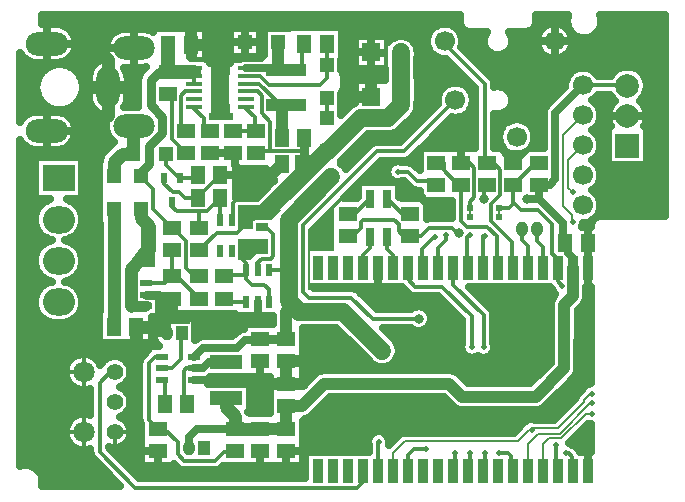
<source format=gbr>
G04 DipTrace 3.3.1.3*
G04 Top.gbr*
%MOIN*%
G04 #@! TF.FileFunction,Copper,L1,Top*
G04 #@! TF.Part,Single*
%AMOUTLINE0*
4,1,4,
0.023622,-0.023622,
-0.023622,-0.023622,
-0.023622,0.023622,
0.023622,0.023622,
0.023622,-0.023622,
0*%
G04 #@! TA.AperFunction,CopperBalancing*
%ADD14C,0.012992*%
%ADD15C,0.03937*%
%ADD16C,0.025984*%
G04 #@! TA.AperFunction,Conductor*
%ADD17C,0.007874*%
%ADD18C,0.029528*%
%ADD19C,0.011811*%
G04 #@! TA.AperFunction,ViaPad*
%ADD20C,0.031496*%
G04 #@! TA.AperFunction,Conductor*
%ADD21C,0.059055*%
G04 #@! TA.AperFunction,ViaPad*
%ADD24C,0.019685*%
G04 #@! TA.AperFunction,Nonconductor*
%ADD25C,0.043307*%
G04 #@! TA.AperFunction,Conductor*
%ADD26C,0.047244*%
G04 #@! TA.AperFunction,CopperBalancing*
%ADD28C,0.025*%
%ADD31R,0.059055X0.051181*%
%ADD32R,0.051181X0.059055*%
%ADD34R,0.047244X0.047244*%
%ADD38R,0.031496X0.062992*%
G04 #@! TA.AperFunction,ComponentPad*
%ADD40O,0.137795X0.07874*%
%ADD41O,0.07874X0.137795*%
%ADD42O,0.141732X0.07874*%
%ADD43C,0.066929*%
%ADD44R,0.066929X0.066929*%
%ADD45R,0.05937X0.05937*%
%ADD46C,0.05937*%
%ADD47R,0.106299X0.090551*%
%ADD48O,0.106299X0.090551*%
%ADD51O,0.03937X0.051181*%
%ADD52R,0.03937X0.051181*%
%ADD55R,0.133858X0.043307*%
%ADD56R,0.106299X0.045276*%
%ADD57R,0.043307X0.133858*%
%ADD59R,0.041339X0.025591*%
%ADD61R,0.019685X0.033465*%
%ADD62R,0.019685X0.019685*%
%ADD65R,0.043307X0.023622*%
%ADD70R,0.055118X0.011811*%
%ADD71R,0.062992X0.110236*%
%ADD73R,0.023622X0.043307*%
G04 #@! TA.AperFunction,ComponentPad*
%ADD74C,0.055118*%
%ADD75C,0.070866*%
%ADD76R,0.035433X0.07874*%
%ADD77R,0.11811X0.19685*%
G04 #@! TA.AperFunction,ComponentPad*
%ADD78R,0.07874X0.07874*%
%ADD79C,0.07874*%
G04 #@! TA.AperFunction,ViaPad*
%ADD80C,0.04*%
%ADD175OUTLINE0*%
%FSLAX26Y26*%
G04*
G70*
G90*
G75*
G01*
G04 Top*
%LPD*%
X4511811Y1137795D2*
D16*
Y1055118D1*
X4118110Y1224409D2*
D17*
Y1255906D1*
X4090551Y1405512D2*
D14*
X4118110D1*
X4133858Y1389764D1*
Y1291339D1*
X4118110Y1275591D1*
Y1255906D1*
X3039370Y966535D2*
D18*
X3082677D1*
Y953269D1*
X3125984D1*
X4263780Y1405512D2*
D14*
Y1393701D1*
X4330709Y1460630D1*
Y1641732D1*
X4452756Y1763780D1*
X4496063D1*
X3212598Y1289370D2*
X3198819D1*
X3196850Y1287402D1*
X3169291D1*
X3149606Y1307087D1*
X3129921D1*
X3100391Y1336617D1*
Y1356299D1*
X3007874Y858268D2*
D16*
Y866142D1*
X3082266D1*
X3108858Y839550D1*
Y837205D1*
X3370079Y1807087D2*
D14*
X3312581D1*
X3295276Y1711899D1*
X3287402Y1656496D1*
X3212598Y1289370D2*
Y1291339D1*
X3287402Y1366142D1*
X3251969Y1437008D2*
D16*
X3330709D1*
X3324803Y1216535D2*
D14*
X3326772D1*
Y1226378D1*
X3330709Y1230315D1*
Y1271654D1*
X3366142Y1307087D1*
Y1322835D1*
X3393701Y1370079D2*
D16*
X3366142D1*
X3336614Y1399606D1*
Y1431102D1*
X3330709Y1437008D1*
X4515748Y496063D2*
D14*
X4513780D1*
Y379409D1*
X4511850Y377480D1*
X3507874Y744094D2*
D15*
Y669291D1*
X3374016Y1720472D2*
D16*
X3484252D1*
X3488189Y1716535D1*
X3507874D1*
D15*
X3480315D1*
Y1807087D1*
X3507874Y1716535D2*
D14*
Y1720472D1*
X3551181D1*
X3559055Y1728346D1*
Y1803150D1*
X3566929D1*
X3114173Y1633858D2*
X3125984D1*
Y1484252D1*
X3173228Y1437008D1*
X3507874Y1598425D2*
D15*
X3492126D1*
Y1488189D1*
X3507874Y1598425D2*
D14*
X3488189D1*
X3417323Y1669291D1*
D19*
X3374016D1*
X3397638Y1444882D2*
D14*
X3405512Y1437008D1*
X3407480D1*
X3566929Y1488189D2*
D20*
Y1444882D1*
Y1401575D1*
Y1444882D2*
D14*
X3452756D1*
X3415354D1*
X3407480Y1437008D1*
X3374016Y1643701D2*
D19*
X3411417D1*
D14*
X3425197Y1629921D1*
Y1570866D1*
X3452756Y1543307D1*
Y1444882D1*
X3889761Y1625984D2*
D21*
Y1598423D1*
X3846457Y1555118D1*
X3757874D1*
X3647638Y1444882D1*
X3641732D1*
X3443900Y1247050D1*
D14*
X3369619D1*
X3362205Y1239635D1*
Y1216535D1*
X3566929Y1401575D2*
X3598425D1*
X3641732Y1444882D1*
X3362205Y1216535D2*
Y1192913D1*
X3342520Y1173228D1*
X3275591D1*
X3216535Y1114173D1*
X3889759Y1773622D2*
D21*
Y1625984D1*
X3889761D1*
X3878937Y1375572D2*
D14*
X3913400D1*
X3944264Y1344709D1*
X4007874D1*
Y1330709D1*
X3330709Y1511811D2*
X3407480D1*
X3401575D1*
Y1559055D1*
D19*
X3374016Y1586614D1*
Y1592520D1*
X4350394Y1405512D2*
D14*
X4338583D1*
X4263780Y1330709D1*
X4216535Y1224409D2*
D17*
Y1255906D1*
X4263780Y1330709D2*
D14*
Y1275591D1*
X4269583Y1269787D1*
X4291339Y1248031D1*
X4346457D1*
X4393701Y1200787D1*
Y1102362D1*
X4405512Y1090551D1*
Y1055512D1*
X4411811D1*
X4216535Y1255906D2*
X4248031D1*
X4261913Y1269787D1*
X4269583D1*
X4426181Y996063D2*
X4411811Y1010433D1*
Y1055512D1*
X3299213Y1028072D2*
X3302636Y1031496D1*
X3374016D1*
Y1047244D1*
X3362205Y1110236D2*
Y1114173D1*
X3421260D1*
X3425197Y1118110D1*
X3448819Y940945D2*
Y984252D1*
X3433071Y1000000D1*
X3393701D1*
X3374016Y1019685D1*
Y1047244D1*
X3362205Y1110236D2*
Y1082677D1*
X3374016Y1070866D1*
Y1047244D1*
X3507874Y519685D2*
D15*
Y594488D1*
X3559146D1*
X3633949Y669291D1*
X4043307D1*
X4461811Y1055512D2*
Y960827D1*
X4433071Y932087D1*
Y720472D1*
X4338583Y625984D1*
X4094488D1*
X4051181Y669291D1*
X4043307D1*
X3421260Y519685D2*
X3507874D1*
X4461811Y1055512D2*
D16*
Y1089370D1*
X4444882Y1106299D1*
Y1137795D1*
X4437008D1*
X4429134D1*
Y1204724D1*
X4350394Y1283465D1*
X4311024D1*
X4350394Y1330709D2*
Y1283465D1*
X3921260Y1161417D2*
D14*
X3897638D1*
X3881890Y1177165D1*
Y1200787D1*
X3866142Y1216535D1*
X3763780D1*
X3755906Y1208661D1*
Y1188976D1*
X3736220Y1169291D1*
X3720472D1*
X3712598Y1161417D1*
X4082677Y1173228D2*
Y1165354D1*
X4059055Y1188976D1*
X3984252D1*
X3956693Y1161417D1*
X3921260D1*
X4177165Y1330709D2*
X4165354D1*
Y1283465D1*
X4350394Y1330709D2*
D16*
X4384843D1*
X4404528Y1350394D1*
Y1572244D1*
X4496063Y1663780D1*
X3181693Y454134D2*
Y491944D1*
X3209434Y519685D1*
X3335472D1*
X3307087Y622047D2*
D14*
Y637795D1*
Y622047D2*
D25*
Y591478D1*
X3335472Y563092D1*
Y519685D1*
X3421260D1*
X4496063Y1663780D2*
D14*
X4642984D1*
X4644677Y1662087D1*
X4035433Y1811024D2*
Y1803150D1*
X4169291Y1669291D1*
Y1405512D1*
X4177165D1*
X4169291D2*
Y1397638D1*
X4204724D1*
X4220472Y1381890D1*
Y1298377D1*
X4188976Y1266881D1*
Y1212598D1*
X4259843Y1141732D1*
Y1053543D1*
X4261811Y1055512D1*
X4406496Y464567D2*
Y382835D1*
X4411850Y377480D1*
X3842520Y1157480D2*
Y1118110D1*
X3861811Y1098819D1*
Y1055512D1*
X3762192Y377478D2*
Y340932D1*
X3744094Y322835D1*
X3003937D1*
X2885827Y440945D1*
Y673228D1*
X2920472Y707874D1*
X2935039D1*
X4325787Y516732D2*
D17*
X4317913D1*
X4278543Y477362D1*
X3901575D1*
X3862192Y437979D1*
Y377478D1*
X4325787Y516732D2*
Y520669D1*
X4413386D1*
X4500000Y607283D1*
Y615157D1*
X4520669Y635827D1*
X4525591D1*
X3842520Y1283465D2*
D14*
X3846457D1*
X3893701Y1236220D1*
X3921260D1*
X4125984Y791339D2*
Y893701D1*
X4027559Y992126D1*
X3937008D1*
X3911811Y1017323D1*
Y1055512D1*
X3812192Y377478D2*
X3813976D1*
Y475394D1*
X3814961Y476378D1*
X4361850Y377480D2*
D17*
Y468150D1*
X4381890Y488189D1*
X4424213D1*
X4505906Y569882D1*
X4525591D1*
X4461614Y1207677D2*
X4460630D1*
Y1231299D1*
X4430118Y1261811D1*
Y1497835D1*
X4496063Y1563780D1*
X3023622Y1251969D2*
D25*
Y1223320D1*
X3051202Y1195740D1*
Y1125984D1*
X3039370Y929134D2*
D14*
X2988189D1*
D25*
Y1051181D1*
X3051202Y1114194D1*
Y1125984D1*
X3125984Y1028072D2*
D14*
X3141732D1*
X3216535Y953269D1*
X3039370Y1003937D2*
X3101849D1*
X3125984Y1028072D1*
Y1114173D2*
Y1028072D1*
X4118110Y1165354D2*
X4110236Y1157480D1*
Y1090551D1*
X4111811Y1088976D1*
Y1055512D1*
X4165354Y791339D2*
Y897638D1*
X4062992Y1000000D1*
Y1019685D1*
X4061811Y1020866D1*
Y1055512D1*
X4169291Y1161417D2*
X4161811D1*
Y1055512D1*
X2933071Y1362205D2*
D25*
Y1409449D1*
X2958665Y1435043D1*
X2996064D1*
Y1523623D1*
X3000000Y1527559D1*
X3200787Y1643701D2*
D19*
X3171260D1*
D14*
X3157480Y1629921D1*
Y1511811D1*
X3173228D1*
X3374016Y1694882D2*
D19*
X3419291D1*
D14*
X3448819Y1665354D1*
X3618110D1*
X3641732Y1688976D1*
Y1732283D1*
Y1803150D1*
X3425197Y1192913D2*
X3440945D1*
X3464567Y1169291D1*
Y1094488D1*
X3456693Y1086614D1*
X3425197D1*
X3409449Y1070866D1*
Y1047244D1*
X3411417D1*
X3287402Y1289370D2*
Y1216535D1*
X3125984Y1273622D2*
Y1259843D1*
X3141732Y1244094D1*
X3216535D1*
X3242126D1*
X3287402Y1289370D1*
X3216535Y1188976D2*
Y1244094D1*
X3200787Y1592520D2*
D19*
Y1586614D1*
D14*
X3232283Y1555118D1*
Y1531496D1*
X3251969Y1511811D1*
X3093669Y683264D2*
X3099206D1*
X3103205Y679265D1*
Y602248D1*
X3199969Y720665D2*
D16*
X3228539D1*
X3248031Y740157D1*
X3307087D1*
X3199969Y720665D2*
D14*
X3173421D1*
X3165354Y712598D1*
Y622047D1*
X3178008Y609394D1*
Y602248D1*
X3093669Y758067D2*
X3069091D1*
X3049714Y738690D1*
Y548711D1*
X3078740Y519685D1*
X3335472Y444882D2*
Y441559D1*
X3298076D1*
X3268614Y412097D1*
X3167600D1*
X3144871Y434825D1*
Y474388D1*
X3099575Y519685D1*
X3078740D1*
X3641732Y1622047D2*
Y1555118D1*
X3787402Y1283465D2*
X3783465D1*
X3736220Y1236220D1*
X3712598D1*
X3200787Y1694882D2*
D19*
Y1720472D1*
Y1669291D2*
Y1694882D1*
X3114173Y1708661D2*
D20*
X3082677D1*
X3055118Y1681102D1*
Y1598425D1*
X3094488Y1559055D1*
Y1503937D1*
X3051181Y1460630D1*
Y1401575D1*
X3023622Y1374016D1*
Y1362205D1*
X3125984Y1188976D2*
D14*
Y1192913D1*
X3173228Y1145669D1*
Y1055118D1*
X3200274Y1028072D1*
X3216535D1*
X3023622Y1362205D2*
X3027559D1*
Y1354331D1*
X3062992Y1318898D1*
Y1251969D1*
X3125984Y1188976D1*
X3114173Y1799213D2*
D26*
Y1708661D1*
X3200787Y1720472D2*
D14*
Y1708661D1*
D26*
X3161417D1*
X3114173D1*
X3787402Y1157480D2*
D14*
Y1122047D1*
X3762151Y1096797D1*
Y1055508D1*
X3299213Y953269D2*
Y940945D1*
X3374016D1*
X4007874Y1405512D2*
X4031496D1*
Y1381890D1*
X4066929Y1346457D1*
Y1330709D1*
X4090551D1*
Y1212598D1*
X4110236Y1192913D1*
X4177165D1*
X4208661Y1161417D1*
Y1055512D1*
X4211811D1*
X3972441Y452756D2*
X3933071D1*
X3912192Y431877D1*
Y377478D1*
X4070866Y437008D2*
Y386152D1*
X4062192Y377478D1*
X4118110Y437008D2*
Y383740D1*
X4111850Y377480D1*
X4169291Y437008D2*
Y384921D1*
X4161850Y377480D1*
X4216535Y437008D2*
X4246063D1*
X4255906Y427165D1*
Y377480D1*
X4261850D1*
X3093669Y720665D2*
X3126177D1*
X3156496Y750984D1*
Y837598D1*
X3156890Y837205D1*
X3158858D1*
X4361811Y1055512D2*
Y1126378D1*
X4342520Y1145669D1*
Y1185039D1*
X4311811Y1055512D2*
Y1129134D1*
X4292520Y1148425D1*
Y1185039D1*
X2933071Y1003937D2*
D25*
Y929134D1*
X2933092Y1125984D2*
Y1090572D1*
X2933071Y1090551D1*
Y1003937D1*
Y1251969D2*
Y1125984D1*
X2933092D1*
X2933071Y858268D2*
Y929134D1*
X3106301Y1435043D2*
D14*
Y1399605D1*
X3147638Y1358268D1*
X3153546D1*
X3151577Y1356299D1*
X3212598Y1366142D2*
Y1354331D1*
X3153546D1*
X3151577Y1356299D1*
X4438976Y437008D2*
X4448819D1*
X4459646Y426181D1*
Y379685D1*
X4461850Y377480D1*
X4525591Y604331D2*
D17*
X4519685D1*
X4418307Y502953D1*
X4347441D1*
X4312008Y467520D1*
Y414370D1*
X4311024Y413386D1*
Y377480D1*
X4311850D1*
X4462598Y1307087D2*
X4446850Y1322835D1*
Y1414567D1*
X4496063Y1463780D1*
X3421260Y818898D2*
D16*
Y813764D1*
X3368193D1*
X3343366Y788937D1*
X3230839D1*
X3199969Y758067D1*
X3507874Y818898D2*
X3511811D1*
X3657480Y1358268D2*
D21*
X3515748Y1216535D1*
Y1155512D1*
Y1047244D1*
Y944882D1*
X3551181Y909449D1*
X3696850D1*
X3826772Y779528D1*
X3448819Y1047244D2*
D14*
X3515748D1*
X3507874Y818898D2*
D15*
Y909449D1*
D20*
X3551181D1*
X3421260Y818898D2*
X3507874D1*
X3948819Y885827D2*
D14*
X3795276D1*
X3724409Y956693D1*
X3582677D1*
X3562992Y976378D1*
Y1196850D1*
X3809816Y1443675D1*
X3900367D1*
X4070866Y1614173D1*
X4039370Y1165354D2*
Y1149606D1*
X4011811Y1122047D1*
Y1055512D1*
X4003937Y1157480D2*
X4000000D1*
X3960630Y1118110D1*
Y1056693D1*
X3961811Y1055512D1*
D15*
X3657480Y1358268D3*
D80*
X4043307Y669291D3*
X4515748Y496063D3*
D24*
X4169291Y1161417D3*
X4165354Y791339D3*
X4118110Y1165354D3*
X4125984Y791339D3*
X4039370Y1165354D3*
X4003937Y1157480D3*
X4525591Y635827D3*
Y604331D3*
Y569882D3*
X4461614Y1207677D3*
X4462598Y1307087D3*
D15*
X3826772Y779528D3*
D20*
X3948819Y885827D3*
D80*
X4007874Y944882D3*
D20*
X4311024Y1283465D3*
D24*
X3878937Y1375572D3*
D20*
X4165354Y1283465D3*
D80*
X4484252Y466535D3*
D20*
X4082677Y1173228D3*
D80*
X3401575Y598425D3*
X4381890Y976378D3*
X3874016D3*
D20*
X3423944Y877343D3*
D80*
X3759843Y976378D3*
X4141732D3*
X4381890Y767717D3*
X3070866Y370079D3*
D20*
X3393701Y1370079D3*
D80*
X2854331Y1012795D3*
D20*
X3425197Y1322835D3*
D80*
X3401575Y370079D3*
Y679790D3*
X2854331Y1298228D3*
Y1440945D3*
Y870079D3*
D24*
X4325787Y516732D3*
X3275591Y1624016D3*
D80*
X2854331Y1155512D3*
X3464567Y1868110D3*
D24*
X3303150Y1624016D3*
D20*
X3366142Y1322835D3*
X3370257Y877343D3*
D24*
X3972441Y452756D3*
X4070866Y437008D3*
X4118110D3*
X4169291D3*
D80*
X3632705Y590551D3*
D24*
X4216535Y437008D3*
D80*
X3627953Y492126D3*
D24*
X3259843Y1771654D3*
D80*
X3921260Y1868110D3*
D24*
X3303150Y1771654D3*
D80*
X4263780Y976378D3*
Y767717D3*
D24*
X3814961Y476378D3*
X3275591Y1578740D3*
X3303150D3*
X3289370Y1600394D3*
X3259843Y1812992D3*
X3303150D3*
X3281496Y1793307D3*
X4438976Y437008D3*
X4406496Y464567D3*
X4426181Y996063D3*
X2696252Y1872080D2*
D28*
X4083559D1*
X4341614D2*
X4441001D1*
X4559000D2*
X4768480D1*
X2790018Y1847211D2*
X2943339D1*
X3242374D2*
X3318652D1*
X3695125D2*
X3986635D1*
X4084253D2*
X4098487D1*
X4326722D2*
X4352762D1*
X4550281D2*
X4768480D1*
X2804444Y1822343D2*
X2913555D1*
X3242374D2*
X3318652D1*
X3695125D2*
X3733832D1*
X3848853D2*
X3861759D1*
X3917786D2*
X3975260D1*
X4095592D2*
X4164513D1*
X4260696D2*
X4341387D1*
X4461755D2*
X4485892D1*
X4514109D2*
X4768480D1*
X2807098Y1797474D2*
X2904081D1*
X3242374D2*
X3318652D1*
X3695125D2*
X3733832D1*
X3941828D2*
X3975727D1*
X4095126D2*
X4165123D1*
X4260050D2*
X4341890D1*
X4461252D2*
X4768480D1*
X2799671Y1772605D2*
X2905014D1*
X3242374D2*
X3318652D1*
X3695125D2*
X3733832D1*
X3947247D2*
X3988466D1*
X4113462D2*
X4183101D1*
X4242108D2*
X4354592D1*
X4448549D2*
X4768480D1*
X2622475Y1747736D2*
X2641302D1*
X2776024D2*
X2888615D1*
X3256154D2*
X3318652D1*
X3693151D2*
X3733832D1*
X3947104D2*
X4043369D1*
X4138331D2*
X4768480D1*
X2622475Y1722867D2*
X2707688D1*
X2796226D2*
X2857038D1*
X3693151D2*
X3733832D1*
X3947104D2*
X4068236D1*
X4163198D2*
X4620063D1*
X4669308D2*
X4768480D1*
X2622475Y1697999D2*
X2683286D1*
X2820627D2*
X2847134D1*
X2979630D2*
X3015178D1*
X3700686D2*
X3832406D1*
X3947104D2*
X4093104D1*
X4188066D2*
X4445774D1*
X4546333D2*
X4588378D1*
X4700958D2*
X4768480D1*
X2622475Y1673130D2*
X2673454D1*
X2830459D2*
X2846201D1*
X2980563D2*
X3011555D1*
X3700686D2*
X3733832D1*
X3947104D2*
X4117972D1*
X4203353D2*
X4435547D1*
X4710899D2*
X4768480D1*
X2622475Y1648261D2*
X2672413D1*
X2831500D2*
X2846201D1*
X2980563D2*
X3011555D1*
X3700113D2*
X3733832D1*
X3947104D2*
X4020475D1*
X4121249D2*
X4134982D1*
X4247419D2*
X4423885D1*
X4710360D2*
X4768480D1*
X2622475Y1623392D2*
X2679769D1*
X2824180D2*
X2846379D1*
X2980420D2*
X3011555D1*
X3693151D2*
X3733832D1*
X3947211D2*
X4010319D1*
X4261161D2*
X4399017D1*
X4541274D2*
X4590352D1*
X4699021D2*
X4768480D1*
X2622475Y1598524D2*
X2699039D1*
X2804909D2*
X2853269D1*
X2973493D2*
X3011555D1*
X3693151D2*
X3721846D1*
X3947104D2*
X4007736D1*
X4259367D2*
X4374150D1*
X4545975D2*
X4588736D1*
X4700635D2*
X4768480D1*
X2622475Y1573655D2*
X2655727D1*
X2761597D2*
X2875734D1*
X3941182D2*
X3982867D1*
X4115938D2*
X4134982D1*
X4238843D2*
X4363743D1*
X4556488D2*
X4578546D1*
X4710827D2*
X4768480D1*
X2795723Y1548786D2*
X2906881D1*
X3920190D2*
X3958000D1*
X4052962D2*
X4134982D1*
X4203604D2*
X4257454D1*
X4293709D2*
X4363707D1*
X4555377D2*
X4578869D1*
X4710467D2*
X4768480D1*
X2806202Y1523917D2*
X2903400D1*
X3895323D2*
X3933133D1*
X4028094D2*
X4134982D1*
X4203604D2*
X4223651D1*
X4327512D2*
X4363707D1*
X4541740D2*
X4577505D1*
X4711867D2*
X4768480D1*
X2806058Y1499049D2*
X2909930D1*
X3781857D2*
X3908265D1*
X4003226D2*
X4134982D1*
X4336448D2*
X4363707D1*
X4545580D2*
X4577505D1*
X4711867D2*
X4768480D1*
X2795257Y1474180D2*
X2930205D1*
X3756990D2*
X3798315D1*
X3978358D2*
X4134982D1*
X4203604D2*
X4217119D1*
X4334043D2*
X4363707D1*
X4556417D2*
X4577505D1*
X4711867D2*
X4768480D1*
X2622475Y1449311D2*
X2658024D1*
X2759301D2*
X2904010D1*
X3732121D2*
X3767958D1*
X4555520D2*
X4577505D1*
X4711867D2*
X4768480D1*
X2622475Y1424442D2*
X2667067D1*
X2828988D2*
X2886068D1*
X3707253D2*
X3743089D1*
X3928623D2*
X3950537D1*
X4542243D2*
X4577505D1*
X4711867D2*
X4768480D1*
X2622475Y1399573D2*
X2667067D1*
X2828988D2*
X2881654D1*
X3696058D2*
X3718222D1*
X3813184D2*
X3850743D1*
X3936769D2*
X3950537D1*
X4545185D2*
X4577505D1*
X4711867D2*
X4768480D1*
X2622475Y1374705D2*
X2667067D1*
X2828988D2*
X2881654D1*
X3340804D2*
X3438720D1*
X3788316D2*
X3841304D1*
X4556310D2*
X4768480D1*
X2622475Y1349836D2*
X2667067D1*
X2828988D2*
X2881654D1*
X3340804D2*
X3438720D1*
X3763449D2*
X3852501D1*
X4555664D2*
X4768480D1*
X2622475Y1324967D2*
X2667067D1*
X2828988D2*
X2881654D1*
X3340804D2*
X3441770D1*
X3886064D2*
X3916518D1*
X4542709D2*
X4768480D1*
X2622475Y1300098D2*
X2667067D1*
X2828988D2*
X2881654D1*
X3340804D2*
X3416903D1*
X3713713D2*
X3743844D1*
X3886064D2*
X3950537D1*
X4544790D2*
X4768480D1*
X2622475Y1275230D2*
X2698429D1*
X2797626D2*
X2881654D1*
X3978610D2*
X4056251D1*
X4556202D2*
X4768480D1*
X2622475Y1250361D2*
X2675715D1*
X2820375D2*
X2881654D1*
X3978610D2*
X4056251D1*
X4555772D2*
X4768480D1*
X2622475Y1225492D2*
X2667640D1*
X2828413D2*
X2881654D1*
X3978610D2*
X4056251D1*
X2622475Y1200623D2*
X2668896D1*
X2827157D2*
X2883592D1*
X4498535D2*
X4522064D1*
X2622475Y1175755D2*
X2680056D1*
X2816034D2*
X2883592D1*
X2622475Y1150886D2*
X2711706D1*
X2784348D2*
X2883592D1*
X2622475Y1126017D2*
X2685260D1*
X2810831D2*
X2883592D1*
X2622475Y1101148D2*
X2670727D1*
X2825328D2*
X2883592D1*
X2622475Y1076280D2*
X2667102D1*
X2828953D2*
X2883592D1*
X2622475Y1051411D2*
X2672593D1*
X2823497D2*
X2883592D1*
X2622475Y1026542D2*
X2690140D1*
X2805915D2*
X2883592D1*
X2622475Y1001673D2*
X2701694D1*
X2794396D2*
X2883592D1*
X2622475Y976804D2*
X2676864D1*
X2819192D2*
X2883592D1*
X3751786D2*
X3904856D1*
X4133665D2*
X4394280D1*
X2622475Y951936D2*
X2667928D1*
X2828127D2*
X2883592D1*
X3776654D2*
X4020260D1*
X4158533D2*
X4390189D1*
X4508404D2*
X4521562D1*
X2622475Y927067D2*
X2668466D1*
X2827625D2*
X2883592D1*
X3801521D2*
X4045127D1*
X4183400D2*
X4385560D1*
X4494194D2*
X4521597D1*
X2622475Y902198D2*
X2678657D1*
X2817398D2*
X2879680D1*
X3088825D2*
X3334404D1*
X3988980D2*
X4069995D1*
X4199333D2*
X4385560D1*
X4480558D2*
X4521597D1*
X2622475Y877329D2*
X2707077D1*
X2788978D2*
X2879680D1*
X3061266D2*
X3077151D1*
X3206346D2*
X3460394D1*
X3991492D2*
X4091669D1*
X4199656D2*
X4385560D1*
X4480558D2*
X4521597D1*
X2622475Y852461D2*
X2879680D1*
X3206346D2*
X3363937D1*
X3565224D2*
X3673798D1*
X3833888D2*
X3922403D1*
X3975236D2*
X4091669D1*
X4199656D2*
X4385560D1*
X4480558D2*
X4521597D1*
X2622475Y827592D2*
X2879680D1*
X3206346D2*
X3325362D1*
X3565224D2*
X3698665D1*
X3858757D2*
X4091669D1*
X4199656D2*
X4385560D1*
X4480558D2*
X4521597D1*
X2622475Y802723D2*
X3071589D1*
X3565224D2*
X3723533D1*
X3878959D2*
X4090234D1*
X4201127D2*
X4385560D1*
X4480558D2*
X4521597D1*
X2622475Y777854D2*
X3041411D1*
X3565224D2*
X3748400D1*
X3884091D2*
X4091022D1*
X4200302D2*
X4385560D1*
X4480558D2*
X4521597D1*
X2622475Y752986D2*
X2788714D1*
X2875063D2*
X2904979D1*
X2965097D2*
X3018803D1*
X3565224D2*
X3773269D1*
X3877273D2*
X4385560D1*
X4480558D2*
X4521597D1*
X2622475Y728117D2*
X2772135D1*
X2986377D2*
X3015395D1*
X3565224D2*
X3805205D1*
X3848350D2*
X4374580D1*
X4480558D2*
X4521597D1*
X2622475Y703248D2*
X2768835D1*
X2990215D2*
X3015395D1*
X3565224D2*
X3601921D1*
X4083213D2*
X4349713D1*
X4477148D2*
X4521597D1*
X2622475Y678379D2*
X2776298D1*
X2981424D2*
X3015395D1*
X3249444D2*
X3450526D1*
X4108223D2*
X4324844D1*
X4457126D2*
X4521597D1*
X2622475Y653510D2*
X2802278D1*
X2964236D2*
X3015395D1*
X3388064D2*
X3450526D1*
X4432257D2*
X4492710D1*
X2622475Y628642D2*
X2851512D1*
X2986161D2*
X3015395D1*
X3388064D2*
X3450526D1*
X4407390D2*
X4471539D1*
X2622475Y603773D2*
X2851512D1*
X2990252D2*
X3015395D1*
X3388064D2*
X3450526D1*
X3634552D2*
X4050581D1*
X4382522D2*
X4452627D1*
X2622475Y578904D2*
X2851512D1*
X2981783D2*
X3015395D1*
X3388064D2*
X3450526D1*
X3609685D2*
X4427760D1*
X2622475Y554035D2*
X2789898D1*
X2963303D2*
X3015395D1*
X3581336D2*
X4402892D1*
X2622475Y529167D2*
X2772495D1*
X2985946D2*
X3021387D1*
X3565224D2*
X4286484D1*
X4509050D2*
X4521597D1*
X2622475Y504298D2*
X2768762D1*
X2990287D2*
X3021387D1*
X3565224D2*
X3791102D1*
X3838804D2*
X3887667D1*
X4484182D2*
X4521597D1*
X2622475Y479429D2*
X2775724D1*
X2982106D2*
X3021387D1*
X3565224D2*
X3777430D1*
X4459315D2*
X4521597D1*
X2622475Y454560D2*
X2800269D1*
X2920134D2*
X3021387D1*
X3565224D2*
X3779656D1*
X4478764D2*
X4521597D1*
X2622475Y429692D2*
X2853593D1*
X2944571D2*
X3021387D1*
X2622475Y404823D2*
X2874478D1*
X2969438D2*
X3021387D1*
X2683012Y379954D2*
X2899345D1*
X2994307D2*
X3566647D1*
X2695678Y355085D2*
X2924213D1*
X3019175D2*
X3566647D1*
X2695751Y330217D2*
X2949080D1*
X3462222Y869799D2*
X3462904D1*
X3462878Y894003D1*
X3336894Y893980D1*
Y902341D1*
X3086340Y902367D1*
X3086335Y892012D1*
X3061108D1*
X3058773Y890852D1*
X3058776Y803429D1*
X2882169D1*
Y913106D1*
X2886081D1*
X2886106Y1203028D1*
X2884138Y1203035D1*
Y1300902D1*
X2884461D1*
X2884482Y1313274D1*
X2884138Y1313272D1*
Y1411138D1*
X2886112D1*
X2886685Y1416795D1*
X2888404Y1423962D1*
X2891226Y1430770D1*
X2895076Y1437054D1*
X2899862Y1442657D1*
X2928164Y1470756D1*
X2931072Y1473046D1*
X2932454Y1475231D1*
X2924736Y1481823D1*
X2918144Y1489541D1*
X2912841Y1498194D1*
X2908957Y1507571D1*
X2906588Y1517441D1*
X2905791Y1527559D1*
X2906588Y1537677D1*
X2908957Y1547547D1*
X2912841Y1556924D1*
X2916656Y1563350D1*
X2908430Y1563462D1*
X2901150Y1564440D1*
X2894028Y1566236D1*
X2887156Y1568829D1*
X2880622Y1572184D1*
X2874510Y1576259D1*
X2868900Y1580999D1*
X2863864Y1586345D1*
X2859466Y1592228D1*
X2855762Y1598572D1*
X2852803Y1605294D1*
X2850625Y1612310D1*
X2849256Y1619526D1*
X2848711Y1627949D1*
X2848856Y1691415D1*
X2849770Y1698702D1*
X2851507Y1705839D1*
X2854041Y1712734D1*
X2857340Y1719295D1*
X2861362Y1725442D1*
X2866055Y1731092D1*
X2871358Y1736175D1*
X2877203Y1740622D1*
X2883516Y1744379D1*
X2890213Y1747395D1*
X2897209Y1749634D1*
X2904413Y1751063D1*
X2911734Y1751668D1*
X2916552Y1751677D1*
X2912849Y1758021D1*
X2909890Y1764743D1*
X2907711Y1771759D1*
X2906343Y1778975D1*
X2905801Y1786299D1*
X2906093Y1793639D1*
X2907215Y1800898D1*
X2909154Y1807983D1*
X2911882Y1814802D1*
X2915366Y1821268D1*
X2919562Y1827298D1*
X2924413Y1832812D1*
X2929858Y1837741D1*
X2935828Y1842022D1*
X2942244Y1845597D1*
X2949024Y1848423D1*
X2956080Y1850461D1*
X2963323Y1851686D1*
X2972310Y1852083D1*
X3033385Y1851967D1*
X3040680Y1851114D1*
X3047831Y1849438D1*
X3054747Y1846963D1*
X3061337Y1843720D1*
X3063270Y1842579D1*
X3063272Y1854051D1*
X3239878D1*
Y1751688D1*
X3253657Y1751689D1*
Y1736941D1*
X3321144Y1736925D1*
X3321146Y1751689D1*
X3351827D1*
X3356626Y1754601D1*
X3362180Y1756902D1*
X3367274Y1758155D1*
X3321146Y1758154D1*
Y1856020D1*
X3419012D1*
Y1763503D1*
X3431387Y1763500D1*
X3431382Y1856020D1*
X3516033D1*
X3516028Y1857988D1*
X3692634D1*
Y1748311D1*
X3690660D1*
X3690883Y1714505D1*
X3693428Y1711526D1*
X3695475Y1708185D1*
X3696974Y1704566D1*
X3697888Y1700756D1*
X3698196Y1696850D1*
X3698118Y1651584D1*
X3697505Y1647715D1*
X3696295Y1643988D1*
X3694517Y1640497D1*
X3692214Y1637328D1*
X3690878Y1635883D1*
X3690665Y1625049D1*
Y1565475D1*
X3722259Y1596818D1*
X3729220Y1601875D1*
X3736345Y1605896D1*
Y1680980D1*
X3834920Y1681102D1*
Y1718601D1*
X3736343Y1718626D1*
Y1828618D1*
X3846335D1*
Y1807367D1*
X3850870Y1812510D1*
X3857433Y1818114D1*
X3864791Y1822623D1*
X3872764Y1825927D1*
X3881155Y1827941D1*
X3889759Y1828618D1*
X3898362Y1827941D1*
X3906753Y1825927D1*
X3914726Y1822623D1*
X3922084Y1818114D1*
X3928647Y1812510D1*
X3934251Y1805948D1*
X3938760Y1798589D1*
X3942063Y1790617D1*
X3944077Y1782226D1*
X3944755Y1773622D1*
X3944597Y1746063D1*
X3944757Y1625984D1*
X3944600Y1598423D1*
X3943925Y1589844D1*
X3941916Y1581476D1*
X3938623Y1573526D1*
X3934126Y1566189D1*
X3928538Y1559646D1*
X3882072Y1513419D1*
X3875110Y1508361D1*
X3867442Y1504454D1*
X3859259Y1501795D1*
X3850760Y1500449D1*
X3828084Y1500280D1*
X3780609D1*
X3690675Y1410366D1*
X3690665Y1401928D1*
X3696257Y1397045D1*
X3701845Y1390501D1*
X3705610Y1384470D1*
X3789159Y1467861D1*
X3793197Y1470795D1*
X3797644Y1473060D1*
X3802391Y1474602D1*
X3807320Y1475383D1*
X3874121Y1475482D1*
X3887218D1*
X4013449Y1601739D1*
X4012272Y1609562D1*
Y1618785D1*
X4013714Y1627894D1*
X4016564Y1636665D1*
X4020752Y1644883D1*
X4026173Y1652345D1*
X4032694Y1658866D1*
X4040156Y1664287D1*
X4048374Y1668475D1*
X4057146Y1671325D1*
X4066255Y1672768D1*
X4075478D1*
X4084587Y1671325D1*
X4093358Y1668475D1*
X4101576Y1664287D1*
X4109038Y1658866D1*
X4115559Y1652345D1*
X4120980Y1644883D1*
X4125168Y1636665D1*
X4128018Y1627894D1*
X4129461Y1618785D1*
Y1609562D1*
X4128018Y1600453D1*
X4125168Y1591681D1*
X4120980Y1583463D1*
X4115559Y1576001D1*
X4109038Y1569480D1*
X4101576Y1564059D1*
X4093358Y1559871D1*
X4084587Y1557021D1*
X4075478Y1555579D1*
X4066255D1*
X4058436Y1556765D1*
X3958089Y1456413D1*
X4137507D1*
X4137484Y1656091D1*
X4041067Y1752534D1*
X4035433Y1752248D1*
X4026239Y1752971D1*
X4017270Y1755125D1*
X4008749Y1758654D1*
X4000886Y1763474D1*
X3993873Y1769463D1*
X3987883Y1776476D1*
X3983063Y1784340D1*
X3979534Y1792861D1*
X3977381Y1801829D1*
X3976657Y1811024D1*
X3977381Y1820218D1*
X3979534Y1829186D1*
X3983063Y1837707D1*
X3987883Y1845571D1*
X3993873Y1852584D1*
X4000886Y1858573D1*
X4008749Y1863394D1*
X4017270Y1866923D1*
X4026239Y1869076D1*
X4035433Y1869799D1*
X4044627Y1869076D1*
X4053596Y1866923D1*
X4062117Y1863394D1*
X4069980Y1858573D1*
X4076993Y1852584D1*
X4082983Y1845571D1*
X4087803Y1837707D1*
X4091332Y1829186D1*
X4093486Y1820218D1*
X4094209Y1811024D1*
X4093486Y1801829D1*
X4091332Y1792861D1*
X4091164Y1792404D1*
X4193478Y1689949D1*
X4196412Y1685911D1*
X4198677Y1681463D1*
X4200219Y1676717D1*
X4201000Y1671787D1*
X4201098Y1659710D1*
X4208913Y1660993D1*
X4216283D1*
X4223562Y1659840D1*
X4230571Y1657563D1*
X4237138Y1654217D1*
X4243100Y1649886D1*
X4248311Y1644675D1*
X4252642Y1638713D1*
X4255988Y1632146D1*
X4258265Y1625136D1*
X4259419Y1617858D1*
Y1610488D1*
X4258265Y1603210D1*
X4255988Y1596201D1*
X4252642Y1589634D1*
X4248311Y1583672D1*
X4243100Y1578461D1*
X4237138Y1574130D1*
X4230571Y1570783D1*
X4223562Y1568507D1*
X4216283Y1567353D1*
X4208913D1*
X4201094Y1568659D1*
X4201098Y1456391D1*
X4228937Y1456413D1*
X4225476Y1461416D1*
X4221289Y1469634D1*
X4218438Y1478406D1*
X4216996Y1487514D1*
Y1496738D1*
X4218438Y1505846D1*
X4221289Y1514618D1*
X4225476Y1522836D1*
X4230898Y1530298D1*
X4237419Y1536819D1*
X4244881Y1542240D1*
X4253098Y1546428D1*
X4261870Y1549278D1*
X4270979Y1550720D1*
X4280202D1*
X4289311Y1549278D1*
X4298083Y1546428D1*
X4306301Y1542240D1*
X4313762Y1536819D1*
X4320283Y1530298D1*
X4325705Y1522836D1*
X4329892Y1514618D1*
X4332743Y1505846D1*
X4334185Y1496738D1*
Y1487514D1*
X4332743Y1478406D1*
X4329892Y1469634D1*
X4325705Y1461416D1*
X4322215Y1456403D1*
X4366211Y1456413D1*
X4366343Y1575249D1*
X4367282Y1581186D1*
X4369140Y1586902D1*
X4371869Y1592257D1*
X4375402Y1597121D1*
X4409921Y1631807D1*
X4437453Y1659337D1*
X4437469Y1668391D1*
X4438911Y1677500D1*
X4441761Y1686272D1*
X4445949Y1694490D1*
X4451370Y1701951D1*
X4457891Y1708472D1*
X4465353Y1713894D1*
X4473571Y1718081D1*
X4482343Y1720932D1*
X4491451Y1722374D1*
X4500675D1*
X4509783Y1720932D1*
X4518555Y1718081D1*
X4526773Y1713894D1*
X4534235Y1708472D1*
X4540756Y1701951D1*
X4545446Y1695584D1*
X4589325Y1695587D1*
X4595493Y1704093D1*
X4602671Y1711270D1*
X4610882Y1717236D1*
X4619925Y1721844D1*
X4629577Y1724980D1*
X4639602Y1726568D1*
X4649752D1*
X4659777Y1724980D1*
X4669429Y1721844D1*
X4678474Y1717236D1*
X4686685Y1711270D1*
X4693861Y1704093D1*
X4699827Y1695882D1*
X4704434Y1686839D1*
X4707571Y1677185D1*
X4709159Y1667161D1*
Y1657010D1*
X4707571Y1646987D1*
X4704434Y1637333D1*
X4699827Y1628290D1*
X4693861Y1620079D1*
X4686685Y1612902D1*
X4685672Y1612104D1*
X4690995Y1607234D1*
X4695815Y1601692D1*
X4699976Y1595638D1*
X4703423Y1589152D1*
X4706113Y1582318D1*
X4708010Y1575222D1*
X4709092Y1567957D1*
X4709332Y1560249D1*
X4708707Y1552930D1*
X4707256Y1545730D1*
X4704999Y1538740D1*
X4701963Y1532052D1*
X4698856Y1526764D1*
X4709358Y1526766D1*
Y1397404D1*
X4579996D1*
Y1526766D1*
X4590510D1*
X4587054Y1532705D1*
X4584094Y1539428D1*
X4581916Y1546442D1*
X4580547Y1553659D1*
X4580005Y1560984D1*
X4580298Y1568323D1*
X4581420Y1575583D1*
X4583358Y1582667D1*
X4586087Y1589487D1*
X4589571Y1595953D1*
X4593766Y1601982D1*
X4598618Y1607497D1*
X4603650Y1612083D1*
X4598941Y1616349D1*
X4592349Y1624067D1*
X4587463Y1631978D1*
X4545487Y1631972D1*
X4540756Y1625608D1*
X4534235Y1619087D1*
X4526938Y1613776D1*
X4534235Y1608472D1*
X4540756Y1601951D1*
X4546177Y1594490D1*
X4550365Y1586272D1*
X4553215Y1577500D1*
X4554657Y1568391D1*
Y1559168D1*
X4553215Y1550059D1*
X4550365Y1541287D1*
X4546177Y1533070D1*
X4540756Y1525608D1*
X4534235Y1519087D1*
X4526938Y1513776D1*
X4534235Y1508472D1*
X4540756Y1501951D1*
X4546177Y1494490D1*
X4550365Y1486272D1*
X4553215Y1477500D1*
X4554657Y1468391D1*
Y1459168D1*
X4553215Y1450059D1*
X4550365Y1441287D1*
X4546177Y1433070D1*
X4540756Y1425608D1*
X4534235Y1419087D1*
X4526938Y1413776D1*
X4534235Y1408472D1*
X4540756Y1401951D1*
X4546177Y1394490D1*
X4550365Y1386272D1*
X4553215Y1377500D1*
X4554657Y1368391D1*
Y1359168D1*
X4553215Y1350059D1*
X4550365Y1341287D1*
X4546177Y1333070D1*
X4540756Y1325608D1*
X4534235Y1319087D1*
X4526938Y1313776D1*
X4534235Y1308472D1*
X4540756Y1301951D1*
X4546177Y1294490D1*
X4550365Y1286272D1*
X4553215Y1277500D1*
X4554657Y1268391D1*
Y1259168D1*
X4553215Y1250059D1*
X4550365Y1241287D1*
X4546177Y1233070D1*
X4540756Y1225608D1*
X4539227Y1223723D1*
X4543493Y1226388D1*
X4546287Y1227297D1*
X4556260Y1229035D1*
X4770955D1*
X4770965Y1896936D1*
X4553555Y1896949D1*
X4555238Y1891214D1*
X4556633Y1882409D1*
Y1873496D1*
X4555238Y1864692D1*
X4552483Y1856214D1*
X4548436Y1848272D1*
X4543197Y1841059D1*
X4536894Y1834756D1*
X4529681Y1829517D1*
X4521739Y1825470D1*
X4513261Y1822715D1*
X4504457Y1821320D1*
X4495543D1*
X4486739Y1822715D1*
X4478261Y1825470D1*
X4470319Y1829517D1*
X4463106Y1834756D1*
X4456803Y1841059D1*
X4451564Y1848272D1*
X4447517Y1856214D1*
X4444762Y1864692D1*
X4443367Y1873496D1*
Y1882409D1*
X4444762Y1891214D1*
X4446510Y1896962D1*
X4339255Y1896949D1*
X4339185Y1872546D1*
X4337001Y1862156D1*
X4335667Y1859538D1*
X4330185Y1851612D1*
X4327950Y1849703D1*
X4319853Y1844478D1*
X4317059Y1843570D1*
X4307087Y1841831D1*
X4248058D1*
X4252642Y1835563D1*
X4255988Y1828996D1*
X4258265Y1821987D1*
X4259419Y1814709D1*
Y1807339D1*
X4258265Y1800060D1*
X4255988Y1793051D1*
X4252642Y1786484D1*
X4248311Y1780522D1*
X4243100Y1775311D1*
X4237138Y1770980D1*
X4230571Y1767634D1*
X4223562Y1765357D1*
X4216283Y1764203D1*
X4208913D1*
X4201635Y1765357D1*
X4194626Y1767634D1*
X4188059Y1770980D1*
X4182097Y1775311D1*
X4176886Y1780522D1*
X4172555Y1786484D1*
X4169209Y1793051D1*
X4166932Y1800060D1*
X4165778Y1807339D1*
Y1814709D1*
X4166932Y1821987D1*
X4169209Y1828996D1*
X4172555Y1835563D1*
X4177169Y1841832D1*
X4116640Y1841917D1*
X4106251Y1844101D1*
X4103633Y1845436D1*
X4095706Y1850917D1*
X4093795Y1853155D1*
X4088572Y1861249D1*
X4087664Y1864045D1*
X4085925Y1874016D1*
Y1896946D1*
X2692591Y1896949D1*
X2693903Y1890777D1*
X2694602Y1881890D1*
X2693903Y1873003D1*
X2692811Y1867840D1*
X2744014Y1867715D1*
X2751310Y1866862D1*
X2758461Y1865186D1*
X2765377Y1862711D1*
X2771967Y1859469D1*
X2778147Y1855499D1*
X2783837Y1850854D1*
X2788965Y1845594D1*
X2793462Y1839787D1*
X2797272Y1833508D1*
X2800345Y1826836D1*
X2802643Y1819860D1*
X2804134Y1812668D1*
X2804801Y1805353D1*
X2804604Y1797644D1*
X2803564Y1790373D1*
X2801707Y1783266D1*
X2799055Y1776417D1*
X2795646Y1769912D1*
X2791518Y1763835D1*
X2786731Y1758265D1*
X2781341Y1753274D1*
X2775421Y1748927D1*
X2769046Y1745278D1*
X2762299Y1742377D1*
X2755265Y1740257D1*
X2748038Y1738950D1*
X2740157Y1738469D1*
X2672210Y1738659D1*
X2664929Y1739636D1*
X2657807Y1741433D1*
X2650936Y1744026D1*
X2644402Y1747381D1*
X2638290Y1751455D1*
X2632680Y1756196D1*
X2627643Y1761542D1*
X2623245Y1767425D1*
X2619954Y1772988D1*
X2619957Y1541959D1*
X2624071Y1548752D1*
X2628601Y1554533D1*
X2633759Y1559764D1*
X2639475Y1564377D1*
X2645677Y1568310D1*
X2652286Y1571516D1*
X2659215Y1573951D1*
X2666377Y1575587D1*
X2673677Y1576398D1*
X2712073Y1576492D1*
X2745846Y1576241D1*
X2753114Y1575181D1*
X2760215Y1573303D1*
X2767058Y1570633D1*
X2773554Y1567203D1*
X2779618Y1563060D1*
X2785175Y1558256D1*
X2790150Y1552853D1*
X2794480Y1546920D1*
X2798110Y1540534D1*
X2800993Y1533780D1*
X2803092Y1526740D1*
X2804379Y1519508D1*
X2804839Y1511811D1*
X2804421Y1504478D1*
X2803176Y1497239D1*
X2801117Y1490188D1*
X2798273Y1483416D1*
X2794678Y1477010D1*
X2790382Y1471054D1*
X2785437Y1465622D1*
X2779908Y1460786D1*
X2773867Y1456609D1*
X2767391Y1453143D1*
X2760564Y1450433D1*
X2753474Y1448516D1*
X2746211Y1447413D1*
X2738320Y1447130D1*
X2672210Y1447320D1*
X2664929Y1448298D1*
X2657807Y1450094D1*
X2650936Y1452688D1*
X2644402Y1456042D1*
X2638290Y1460117D1*
X2632680Y1464857D1*
X2627643Y1470203D1*
X2623245Y1476087D1*
X2619954Y1481650D1*
X2619957Y396463D1*
X2628908Y398627D1*
X2637795Y399327D1*
X2646682Y398627D1*
X2655349Y396546D1*
X2663585Y393135D1*
X2671185Y388478D1*
X2677965Y382689D1*
X2683753Y375909D1*
X2688411Y368310D1*
X2691822Y360073D1*
X2693903Y351407D1*
X2694602Y342520D1*
X2693903Y333633D1*
X2692526Y327465D1*
X2954349Y327461D1*
X2861640Y420287D1*
X2858706Y424325D1*
X2856441Y428773D1*
X2854899Y433520D1*
X2854118Y438449D1*
X2854020Y451315D1*
X2846327Y448870D1*
X2839100Y447559D1*
X2831768Y447130D1*
X2824438Y447589D1*
X2817217Y448929D1*
X2810210Y451130D1*
X2803520Y454161D1*
X2797245Y457978D1*
X2791476Y462525D1*
X2786298Y467734D1*
X2781787Y473529D1*
X2778008Y479827D1*
X2775017Y486535D1*
X2772857Y493555D1*
X2771560Y500783D1*
X2771146Y508117D1*
X2771619Y515446D1*
X2772974Y522665D1*
X2775190Y529667D1*
X2778235Y536352D1*
X2782063Y542618D1*
X2786621Y548378D1*
X2791840Y553546D1*
X2797646Y558045D1*
X2803950Y561811D1*
X2810664Y564789D1*
X2817689Y566934D1*
X2824920Y568217D1*
X2832255Y568617D1*
X2839583Y568129D1*
X2846798Y566760D1*
X2854016Y564442D1*
X2854020Y651333D1*
X2848105Y649335D1*
X2840921Y647804D1*
X2833605Y647154D1*
X2826265Y647391D1*
X2819007Y648512D1*
X2811936Y650501D1*
X2805157Y653328D1*
X2798769Y656954D1*
X2792866Y661323D1*
X2787533Y666373D1*
X2782849Y672030D1*
X2778881Y678210D1*
X2775689Y684824D1*
X2773318Y691776D1*
X2771803Y698963D1*
X2771167Y706280D1*
X2771419Y713621D1*
X2772554Y720877D1*
X2774556Y727942D1*
X2777398Y734715D1*
X2781035Y741096D1*
X2785417Y746991D1*
X2790478Y752314D1*
X2796143Y756987D1*
X2802332Y760942D1*
X2808953Y764121D1*
X2815909Y766478D1*
X2823098Y767979D1*
X2830417Y768600D1*
X2837757Y768335D1*
X2845010Y767184D1*
X2852073Y765167D1*
X2858840Y762312D1*
X2865213Y758661D1*
X2871100Y754269D1*
X2876412Y749197D1*
X2881073Y743522D1*
X2885017Y737325D1*
X2887799Y731604D1*
X2892266Y738950D1*
X2897655Y745259D1*
X2903963Y750647D1*
X2911037Y754982D1*
X2918702Y758156D1*
X2926769Y760093D1*
X2935039Y760744D1*
X2943310Y760093D1*
X2951377Y758156D1*
X2959042Y754982D1*
X2966115Y750647D1*
X2972424Y745259D1*
X2977812Y738950D1*
X2982147Y731877D1*
X2985322Y724211D1*
X2987259Y716144D1*
X2987909Y707874D1*
X2987259Y699604D1*
X2985322Y691537D1*
X2982147Y683871D1*
X2977812Y676798D1*
X2972424Y670490D1*
X2966115Y665101D1*
X2959042Y660766D1*
X2952184Y657888D1*
X2959042Y654982D1*
X2966115Y650647D1*
X2972424Y645259D1*
X2977812Y638950D1*
X2982147Y631877D1*
X2985322Y624211D1*
X2987259Y616144D1*
X2987909Y607874D1*
X2987259Y599604D1*
X2985322Y591537D1*
X2982147Y583871D1*
X2977812Y576798D1*
X2972424Y570490D1*
X2966115Y565101D1*
X2959042Y560766D1*
X2952184Y557888D1*
X2958769Y555119D1*
X2965087Y551375D1*
X2970824Y546793D1*
X2975871Y541459D1*
X2980131Y535478D1*
X2983521Y528965D1*
X2985975Y522043D1*
X2987448Y514849D1*
X2987909Y507874D1*
X2987399Y500549D1*
X2985879Y493365D1*
X2983379Y486461D1*
X2979945Y479969D1*
X2975646Y474016D1*
X2970563Y468717D1*
X2964795Y464172D1*
X2958453Y460471D1*
X2951659Y457684D1*
X2944545Y455865D1*
X2937247Y455050D1*
X2929907Y455253D1*
X2922665Y456472D1*
X2917635Y457955D1*
X2921310Y450445D1*
X3017096Y354657D1*
X3569148Y354642D1*
X3569164Y442159D1*
X3782140D1*
X3782169Y463707D1*
X3780778Y468172D1*
X3779916Y473619D1*
Y479136D1*
X3780778Y484584D1*
X3782483Y489831D1*
X3784987Y494745D1*
X3788230Y499209D1*
X3792130Y503109D1*
X3796593Y506352D1*
X3801508Y508856D1*
X3806755Y510560D1*
X3812202Y511423D1*
X3817719D1*
X3823167Y510560D1*
X3828413Y508856D1*
X3833328Y506352D1*
X3837791Y503109D1*
X3841692Y499209D1*
X3844934Y494745D1*
X3847438Y489831D1*
X3849143Y484584D1*
X3850005Y479136D1*
Y473619D1*
X3849143Y468172D1*
X3848403Y465546D1*
X3882580Y499602D1*
X3886293Y502301D1*
X3890382Y504385D1*
X3894747Y505802D1*
X3899280Y506520D1*
X3984252Y506610D1*
X4266409D1*
X4297239Y537420D1*
X4300930Y541589D1*
X4305125Y545172D1*
X4309828Y548054D1*
X4314924Y550165D1*
X4320289Y551453D1*
X4325787Y551886D1*
X4331286Y551453D1*
X4337328Y549915D1*
X4401252Y549917D1*
X4471135Y619782D1*
X4472184Y624196D1*
X4473940Y628436D1*
X4476337Y632349D1*
X4479319Y635839D1*
X4493350Y649871D1*
X4495617Y654194D1*
X4498860Y658657D1*
X4502760Y662558D1*
X4507223Y665801D1*
X4512138Y668304D1*
X4517385Y670009D1*
X4524093Y670921D1*
X4524079Y990408D1*
X4506804Y990437D1*
X4506668Y957297D1*
X4505564Y950323D1*
X4503382Y943608D1*
X4500176Y937316D1*
X4496026Y931604D1*
X4478073Y913455D1*
X4477928Y716942D1*
X4476824Y709969D1*
X4474642Y703253D1*
X4471437Y696962D1*
X4467286Y691249D1*
X4445400Y669168D1*
X4367806Y591769D1*
X4362093Y587618D1*
X4355802Y584413D1*
X4349087Y582231D1*
X4342113Y581127D1*
X4311024Y580988D1*
X4090958Y581127D1*
X4083984Y582231D1*
X4077269Y584413D1*
X4070978Y587618D1*
X4065265Y591769D1*
X4043184Y613655D1*
X4032552Y624286D1*
X3652564Y624295D1*
X3588369Y560273D1*
X3582656Y556123D1*
X3576365Y552917D1*
X3569650Y550735D1*
X3566171Y550045D1*
X3562713Y544340D1*
Y393980D1*
X3295470D1*
X3289272Y387911D1*
X3285234Y384976D1*
X3280786Y382711D1*
X3276039Y381169D1*
X3271110Y380388D1*
X3204310Y380290D1*
X3165104Y380388D1*
X3160175Y381169D1*
X3155428Y382711D1*
X3150980Y384976D1*
X3146942Y387911D1*
X3133563Y401151D1*
X3133579Y393980D1*
X3023902D1*
Y530109D1*
X3021374Y534272D1*
X3019463Y538882D1*
X3018298Y543735D1*
X3017907Y548720D1*
X3018005Y741186D1*
X3018786Y746115D1*
X3020328Y750862D1*
X3022593Y755310D1*
X3025528Y759348D1*
X3046606Y780564D1*
X3046705Y795189D1*
X3081979D1*
X3076660Y799867D1*
X3071978Y805522D1*
X3068277Y811861D1*
X3065656Y818719D1*
X3064186Y825911D1*
X3063862Y833136D1*
X3064021Y846891D1*
X3065232Y854131D1*
X3067605Y861077D1*
X3071076Y867547D1*
X3075552Y873365D1*
X3080915Y878378D1*
X3087021Y882453D1*
X3093709Y885479D1*
X3100801Y887379D1*
X3108105Y888100D1*
X3113857Y887823D1*
X3113862Y888106D1*
X3203854D1*
Y816087D1*
X3208324Y819925D1*
X3213449Y823066D1*
X3219003Y825366D1*
X3224846Y826769D1*
X3230850Y827240D1*
X3327475D1*
X3343316Y842890D1*
X3348180Y846423D1*
X3353535Y849151D1*
X3359251Y851009D1*
X3365199Y851949D1*
X3366421Y859860D1*
Y869799D1*
X3462222D1*
X3562713Y854621D2*
Y661694D1*
X3604726Y703507D1*
X3610438Y707656D1*
X3616730Y710862D1*
X3623445Y713045D1*
X3630419Y714148D1*
X3661508Y714287D1*
X4039752Y714463D1*
X4046862D1*
X4054711Y714148D1*
X4061685Y713045D1*
X4068400Y710862D1*
X4074692Y707657D1*
X4080404Y703507D1*
X4102486Y681621D1*
X4113117Y670990D1*
X4319949Y670980D1*
X4388089Y739125D1*
X4388214Y935617D1*
X4389318Y942591D1*
X4391500Y949306D1*
X4394705Y955597D1*
X4398856Y961310D1*
X4401264Y963913D1*
X4403350Y969332D1*
X4399450Y973232D1*
X4396207Y977696D1*
X4393703Y982610D1*
X4393147Y984118D1*
X4386466Y990831D1*
X4117125D1*
X4189541Y918295D1*
X4192474Y914257D1*
X4194740Y909810D1*
X4196282Y905063D1*
X4197063Y900134D1*
X4197161Y833333D1*
Y806312D1*
X4198787Y802202D1*
X4200075Y796837D1*
X4200508Y791339D1*
X4200075Y785840D1*
X4198787Y780475D1*
X4196676Y775379D1*
X4193794Y770676D1*
X4190211Y766482D1*
X4186017Y762899D1*
X4181314Y760017D1*
X4176218Y757906D1*
X4170853Y756618D1*
X4165354Y756185D1*
X4159856Y756618D1*
X4154491Y757906D1*
X4149395Y760017D1*
X4145686Y762234D1*
X4141944Y760017D1*
X4136848Y757906D1*
X4131483Y756618D1*
X4125984Y756185D1*
X4120486Y756618D1*
X4115121Y757906D1*
X4110025Y760017D1*
X4105322Y762899D1*
X4101127Y766482D1*
X4097545Y770676D1*
X4094663Y775379D1*
X4092551Y780475D1*
X4091264Y785840D1*
X4090831Y791339D1*
X4091264Y796837D1*
X4092551Y802202D1*
X4094180Y806251D1*
X4094177Y880510D1*
X4014406Y960298D1*
X3934512Y960417D1*
X3929583Y961198D1*
X3924836Y962740D1*
X3920388Y965005D1*
X3916350Y967940D1*
X3893312Y990840D1*
X3594786Y990827D1*
X3601050Y988500D1*
X3726906Y988402D1*
X3731835Y987621D1*
X3736581Y986079D1*
X3741029Y983814D1*
X3745067Y980879D1*
X3792370Y933714D1*
X3808432Y917652D1*
X3922844Y917634D1*
X3927366Y920836D1*
X3933106Y923760D1*
X3939234Y925752D1*
X3945597Y926760D1*
X3952041D1*
X3958404Y925752D1*
X3964531Y923760D1*
X3970272Y920836D1*
X3975484Y917049D1*
X3980041Y912492D1*
X3983828Y907280D1*
X3986752Y901539D1*
X3988744Y895412D1*
X3989752Y889049D1*
Y882605D1*
X3988744Y876241D1*
X3986752Y870114D1*
X3983828Y864374D1*
X3980041Y859161D1*
X3975484Y854605D1*
X3970272Y850818D1*
X3964531Y847894D1*
X3958404Y845902D1*
X3952041Y844894D1*
X3945597D1*
X3939234Y845902D1*
X3933106Y847894D1*
X3927366Y850818D1*
X3922895Y854021D1*
X3829862Y854020D1*
X3868471Y815143D1*
X3873529Y808181D1*
X3877436Y800513D1*
X3880094Y792329D1*
X3881441Y783831D1*
Y775224D1*
X3880094Y766726D1*
X3877436Y758542D1*
X3873529Y750874D1*
X3868471Y743912D1*
X3862387Y737828D1*
X3855425Y732770D1*
X3847757Y728864D1*
X3839573Y726205D1*
X3831075Y724858D1*
X3822469D1*
X3813970Y726205D1*
X3805786Y728864D1*
X3798118Y732770D1*
X3791156Y737828D1*
X3775004Y753743D1*
X3674142Y854604D1*
X3562680Y854610D1*
X3466028Y1346736D2*
X3441224D1*
Y1386101D1*
X3338303Y1386072D1*
Y1287762D1*
X3342497Y1288780D1*
X3346465Y1289091D1*
X3408357D1*
X3466046Y1346749D1*
X4493385Y1192634D2*
X4524073D1*
X4524315Y1199289D1*
X4526345Y1208710D1*
X4527680Y1211328D1*
X4531290Y1216731D1*
X4526773Y1213665D1*
X4518555Y1209478D1*
X4509783Y1206627D1*
X4500675Y1205185D1*
X4496659Y1204919D1*
X4495797Y1199471D1*
X4494092Y1194224D1*
X4493356Y1192629D1*
X3453035Y570584D2*
Y693194D1*
X3385549Y693193D1*
X3385547Y692209D1*
X3254176D1*
X3248542Y688001D1*
X3246933Y684297D1*
X3246999Y669996D1*
X3385547D1*
Y574098D1*
X3381142Y574042D1*
X3384794Y570587D1*
X3453010D1*
X3751402Y1340272D2*
X3883579D1*
Y1291290D1*
X3893980Y1287122D1*
X3953010D1*
X3953035Y1312928D1*
X3941768Y1313000D1*
X3936839Y1313781D1*
X3932092Y1315323D1*
X3927644Y1317589D1*
X3923606Y1320522D1*
X3900230Y1343760D1*
X3893915Y1343765D1*
X3889801Y1342139D1*
X3884436Y1340852D1*
X3878937Y1340419D1*
X3873438Y1340852D1*
X3868073Y1342139D1*
X3862978Y1344251D1*
X3858274Y1347133D1*
X3854080Y1350715D1*
X3850497Y1354909D1*
X3847615Y1359613D1*
X3845504Y1364709D1*
X3844217Y1370073D1*
X3843783Y1375572D1*
X3844217Y1381071D1*
X3845504Y1386436D1*
X3847615Y1391531D1*
X3850497Y1396235D1*
X3854080Y1400429D1*
X3858274Y1404012D1*
X3862978Y1406894D1*
X3868073Y1409005D1*
X3873438Y1410293D1*
X3878937Y1410726D1*
X3884436Y1410293D1*
X3889801Y1409005D1*
X3893849Y1407377D1*
X3915896Y1407281D1*
X3920825Y1406500D1*
X3925572Y1404958D1*
X3930020Y1402692D1*
X3934058Y1399759D1*
X3953018Y1380936D1*
X3953035Y1451390D1*
X3921025Y1419488D1*
X3916987Y1416554D1*
X3912539Y1414289D1*
X3907793Y1412747D1*
X3902864Y1411966D1*
X3836063Y1411867D1*
X3822966D1*
X3751390Y1340266D1*
X3746343Y1327707D1*
Y1335207D1*
X3698257Y1287133D1*
X3742123Y1287122D1*
X3746335Y1291318D1*
X3746343Y1327707D1*
X2967241Y1592113D2*
X3007218Y1592240D1*
X3014503D1*
X3014059Y1598438D1*
X3014185Y1684324D1*
X3015193Y1690688D1*
X3017185Y1696815D1*
X3020109Y1702555D1*
X3023896Y1707768D1*
X3039457Y1723508D1*
X3031915Y1722765D1*
X2967257Y1722802D1*
X2971339Y1715731D1*
X2974222Y1708976D1*
X2976320Y1701937D1*
X2977608Y1694705D1*
X2978067Y1687008D1*
X2977832Y1622448D1*
X2976793Y1615176D1*
X2974936Y1608070D1*
X2972283Y1601220D1*
X2968874Y1594715D1*
X2967256Y1592163D1*
X2829322Y1651392D2*
X2828605Y1645343D1*
X2827416Y1639367D1*
X2825762Y1633503D1*
X2823654Y1627787D1*
X2821104Y1622255D1*
X2818126Y1616938D1*
X2814741Y1611873D1*
X2810970Y1607088D1*
X2806835Y1602614D1*
X2802361Y1598479D1*
X2797576Y1594707D1*
X2792510Y1591323D1*
X2787194Y1588345D1*
X2781661Y1585795D1*
X2775946Y1583686D1*
X2770081Y1582033D1*
X2764106Y1580844D1*
X2758056Y1580127D1*
X2751969Y1579888D1*
X2745881Y1580127D1*
X2739831Y1580844D1*
X2733856Y1582033D1*
X2727991Y1583686D1*
X2722276Y1585795D1*
X2716743Y1588345D1*
X2711427Y1591323D1*
X2706361Y1594707D1*
X2701576Y1598479D1*
X2697102Y1602614D1*
X2692967Y1607088D1*
X2689196Y1611873D1*
X2685811Y1616938D1*
X2682833Y1622255D1*
X2680283Y1627787D1*
X2678175Y1633503D1*
X2676521Y1639367D1*
X2675332Y1645343D1*
X2674615Y1651392D1*
X2674377Y1657480D1*
X2674615Y1663568D1*
X2675332Y1669618D1*
X2676521Y1675593D1*
X2678175Y1681458D1*
X2680283Y1687173D1*
X2682833Y1692706D1*
X2685811Y1698022D1*
X2689196Y1703088D1*
X2692967Y1707873D1*
X2697102Y1712346D1*
X2701576Y1716482D1*
X2706361Y1720253D1*
X2711427Y1723638D1*
X2716743Y1726615D1*
X2722276Y1729165D1*
X2727991Y1731274D1*
X2733856Y1732928D1*
X2739831Y1734117D1*
X2745881Y1734833D1*
X2751969Y1735072D1*
X2758056Y1734833D1*
X2764106Y1734117D1*
X2770081Y1732928D1*
X2775946Y1731274D1*
X2781661Y1729165D1*
X2787194Y1726615D1*
X2792510Y1723638D1*
X2797576Y1720253D1*
X2802361Y1716482D1*
X2806835Y1712346D1*
X2810970Y1707873D1*
X2814741Y1703088D1*
X2818126Y1698022D1*
X2821104Y1692706D1*
X2823654Y1687173D1*
X2825762Y1681458D1*
X2827416Y1675593D1*
X2828605Y1669618D1*
X2829322Y1663568D1*
X2829560Y1657480D1*
X2829322Y1651392D1*
X4460322Y1809186D2*
X4459634Y1801874D1*
X4458039Y1794706D1*
X4455564Y1787791D1*
X4452245Y1781239D1*
X4448135Y1775152D1*
X4443298Y1769626D1*
X4437810Y1764747D1*
X4431756Y1760588D1*
X4425230Y1757218D1*
X4418336Y1754689D1*
X4411178Y1753038D1*
X4403873Y1752293D1*
X4396530Y1752465D1*
X4389266Y1753551D1*
X4382196Y1755535D1*
X4375427Y1758385D1*
X4369066Y1762056D1*
X4363213Y1766493D1*
X4357959Y1771625D1*
X4353386Y1777371D1*
X4349566Y1783644D1*
X4346558Y1790344D1*
X4344408Y1797366D1*
X4343151Y1804602D1*
X4342806Y1811938D1*
X4343379Y1819261D1*
X4344861Y1826454D1*
X4347228Y1833407D1*
X4350444Y1840009D1*
X4354458Y1846160D1*
X4359207Y1851761D1*
X4364618Y1856727D1*
X4370606Y1860979D1*
X4377079Y1864451D1*
X4383933Y1867089D1*
X4391063Y1868852D1*
X4398356Y1869711D1*
X4405701Y1869655D1*
X4412980Y1868682D1*
X4420081Y1866810D1*
X4426894Y1864066D1*
X4433311Y1860495D1*
X4439234Y1856150D1*
X4444567Y1851101D1*
X4449230Y1845427D1*
X4453148Y1839215D1*
X4456261Y1832563D1*
X4458521Y1825575D1*
X4459891Y1818360D1*
X4460350Y1811024D1*
X4460322Y1809186D1*
X2678757Y1424917D2*
X2826492D1*
Y1283744D1*
X2777718Y1283667D1*
X2787951Y1279429D1*
X2797395Y1273642D1*
X2805818Y1266448D1*
X2813012Y1258025D1*
X2818799Y1248581D1*
X2823037Y1238348D1*
X2825623Y1227577D1*
X2826492Y1216535D1*
X2825623Y1205493D1*
X2823037Y1194723D1*
X2818799Y1184490D1*
X2813012Y1175046D1*
X2805818Y1166623D1*
X2797395Y1159429D1*
X2787951Y1153642D1*
X2777718Y1149404D1*
X2771173Y1147659D1*
X2777718Y1145871D1*
X2787951Y1141634D1*
X2797395Y1135846D1*
X2805818Y1128652D1*
X2813012Y1120230D1*
X2818799Y1110786D1*
X2823037Y1100552D1*
X2825623Y1089782D1*
X2826492Y1078740D1*
X2825623Y1067698D1*
X2823037Y1056928D1*
X2818799Y1046694D1*
X2813012Y1037251D1*
X2805818Y1028828D1*
X2797395Y1021634D1*
X2787951Y1015846D1*
X2777718Y1011609D1*
X2771173Y1009864D1*
X2777718Y1008076D1*
X2787951Y1003839D1*
X2797395Y998051D1*
X2805818Y990857D1*
X2813012Y982434D1*
X2818799Y972991D1*
X2823037Y962757D1*
X2825623Y951987D1*
X2826492Y940945D1*
X2825623Y929903D1*
X2823037Y919133D1*
X2818799Y908899D1*
X2813012Y899455D1*
X2805818Y891033D1*
X2797395Y883839D1*
X2787951Y878051D1*
X2777718Y873814D1*
X2766948Y871227D1*
X2755906Y870358D1*
X2740157D1*
X2729115Y871227D1*
X2718345Y873814D1*
X2708112Y878051D1*
X2698668Y883839D1*
X2690245Y891033D1*
X2683051Y899455D1*
X2677264Y908899D1*
X2673026Y919133D1*
X2670440Y929903D1*
X2669571Y940945D1*
X2670440Y951987D1*
X2673026Y962757D1*
X2677264Y972991D1*
X2683051Y982434D1*
X2690245Y990857D1*
X2698668Y998051D1*
X2708112Y1003839D1*
X2718345Y1008076D1*
X2724890Y1009822D1*
X2718345Y1011609D1*
X2708112Y1015846D1*
X2698668Y1021634D1*
X2690245Y1028828D1*
X2683051Y1037251D1*
X2677264Y1046694D1*
X2673026Y1056928D1*
X2670440Y1067698D1*
X2669571Y1078740D1*
X2670440Y1089782D1*
X2673026Y1100552D1*
X2677264Y1110786D1*
X2683051Y1120230D1*
X2690245Y1128652D1*
X2698668Y1135846D1*
X2708112Y1141634D1*
X2718345Y1145871D1*
X2724890Y1147617D1*
X2718345Y1149404D1*
X2708112Y1153642D1*
X2698668Y1159429D1*
X2690245Y1166623D1*
X2683051Y1175046D1*
X2677264Y1184490D1*
X2673026Y1194723D1*
X2670440Y1205493D1*
X2669571Y1216535D1*
X2670440Y1227577D1*
X2673026Y1238348D1*
X2677264Y1248581D1*
X2683051Y1258025D1*
X2690245Y1266448D1*
X2698668Y1273642D1*
X2708112Y1279429D1*
X2718345Y1283667D1*
X2679510Y1283744D1*
X2669571D1*
Y1424917D1*
X2678757D1*
X3976098Y1279837D2*
Y1219696D1*
X3981756Y1220685D1*
X4048556Y1220783D1*
X4058743D1*
X4058744Y1279810D1*
X3976125Y1279807D1*
X4487146Y442161D2*
X4524092D1*
X4524087Y534751D1*
X4517385Y535699D1*
X4514070Y536692D1*
X4448302Y470915D1*
X4454936Y468329D1*
X4460991Y466394D1*
X4465438Y464129D1*
X4469476Y461194D1*
X4482136Y448672D1*
X4485378Y444877D1*
X4486770Y442791D1*
X2886106Y1168890D2*
Y1101583D1*
X3507874Y744094D2*
D15*
X3562677D1*
X3188976Y1854016D2*
Y1799213D1*
X3239843D1*
X3492126Y1401575D2*
X3441249Y1346762D1*
X4511811Y1192598D2*
D16*
Y1137795D1*
X3007874Y858268D2*
D25*
Y803465D1*
Y858268D2*
X3058740D1*
X3507874Y444882D2*
D16*
Y394016D1*
Y444882D2*
X3562677D1*
X3421260Y744094D2*
Y693228D1*
X3453071Y669291D2*
D15*
X3562677D1*
X3421260Y444882D2*
D16*
Y394016D1*
X3370079Y1855983D2*
Y1758189D1*
X3321182Y1807087D2*
X3418976D1*
X2913386Y1751654D2*
D25*
Y1563307D1*
X2848740Y1657480D2*
X2978031D1*
X3000000Y1852047D2*
D16*
Y1722756D1*
X2905827Y1787402D2*
X3000000D1*
X2708661Y1867795D2*
Y1738504D1*
Y1803150D2*
X2804803D1*
X2708661Y1576457D2*
Y1447165D1*
Y1511811D2*
X2804803D1*
X4401575Y1869764D2*
Y1752283D1*
X4342835Y1811024D2*
X4460315D1*
X3791341Y1680945D2*
D15*
Y1625984D1*
X3736381D2*
X3791341D1*
X3108858Y888071D2*
D16*
Y837205D1*
X3063898D2*
X3108858D1*
X3791339Y1828581D2*
Y1718661D1*
X3736379Y1773622D2*
X3791339D1*
X3078740Y444882D2*
Y394016D1*
X3023937Y444882D2*
X3078740D1*
X4090551Y1456377D2*
Y1405512D1*
X3125984Y953269D2*
D15*
Y902403D1*
X3287402Y1366142D2*
D16*
X3338268D1*
X3199969Y683264D2*
X3246898D1*
X3287402Y1736890D2*
Y1656496D1*
X3411417Y940945D2*
Y894016D1*
X2935039Y507874D2*
D14*
Y455039D1*
Y507874D2*
X2987874D1*
X2831890Y568583D2*
Y447165D1*
X2771181Y507874D2*
X2831890D1*
Y768583D2*
Y647165D1*
X2771181Y707874D2*
X2831890D1*
X4511811Y1055118D2*
D16*
Y990472D1*
X4511850Y442126D2*
Y377480D1*
X3812151Y1055508D2*
Y990862D1*
X4580033Y1562087D2*
X4709323D1*
D31*
X3507874Y818898D3*
Y744094D3*
D32*
X3114173Y1799213D3*
X3188976D3*
D31*
X3251969Y1511811D3*
Y1437008D3*
D32*
X3566929Y1803150D3*
X3641732D3*
X3566929Y1401575D3*
X3492126D3*
X4437008Y1137795D3*
X4511811D3*
D31*
X4263780Y1330709D3*
Y1405512D3*
D32*
X2933071Y858268D3*
X3007874D3*
D31*
X3125984Y1188976D3*
Y1114173D3*
X3299213Y1028072D3*
Y953269D3*
X3507874Y519685D3*
Y444882D3*
X3421260Y818898D3*
Y744094D3*
D32*
X3103205Y602248D3*
X3178008D3*
D31*
X3507874Y594488D3*
Y669291D3*
X3421260Y519685D3*
Y444882D3*
X3114173Y1633858D3*
Y1708661D3*
D34*
X2933071Y1251969D3*
Y1362205D3*
X3480315Y1807087D3*
X3370079D3*
X3641732Y1732283D3*
Y1622047D3*
Y1444882D3*
Y1555118D3*
X3023622Y1362205D3*
Y1251969D3*
D38*
X3787402Y1157480D3*
Y1283465D3*
X3842520Y1157480D3*
Y1283465D3*
D175*
X2996064Y1435043D3*
X3106301D3*
D40*
X3000000Y1527559D3*
D41*
X2913386Y1657480D3*
D40*
X3000000Y1787402D3*
D42*
X2708661Y1803150D3*
Y1511811D3*
D43*
X4401575Y1811024D3*
X4275591Y1492126D3*
X4070866Y1614173D3*
X4035433Y1811024D3*
D44*
X4496063Y1763780D3*
D43*
Y1663780D3*
Y1563780D3*
Y1463780D3*
Y1363780D3*
Y1263780D3*
D45*
X3791341Y1625984D3*
D46*
X3889761D3*
D47*
X2748031Y1354331D3*
D48*
Y1216535D3*
Y1078740D3*
Y940945D3*
D51*
X3108858Y837205D3*
D52*
X3158858D3*
D51*
X4292520Y1185039D3*
X4342520D3*
D45*
X3791339Y1773622D3*
D46*
X3889759D3*
D51*
X3181693Y454134D3*
D52*
X3231693D3*
D55*
X3507874Y1716535D3*
Y1598425D3*
D56*
X3307087Y740157D3*
Y622047D3*
D57*
X2933092Y1125984D3*
X3051202D3*
D59*
X3425197Y1192913D3*
Y1118110D3*
X3515748Y1155512D3*
D61*
X3151577Y1356299D3*
X3100391D3*
X3125984Y1273622D3*
D31*
X3335472Y444882D3*
Y519685D3*
X3078740Y444882D3*
Y519685D3*
X3173228Y1511811D3*
Y1437008D3*
X3712598Y1236220D3*
Y1161417D3*
X3921260Y1236220D3*
Y1161417D3*
D32*
X3566929Y1488189D3*
X3492126D3*
D31*
X3407480Y1437008D3*
Y1511811D3*
X3330709Y1437008D3*
Y1511811D3*
X3216535Y1188976D3*
Y1114173D3*
D32*
X3212598Y1289370D3*
X3287402D3*
D31*
X3216535Y1028072D3*
Y953269D3*
X4350394Y1405512D3*
Y1330709D3*
X4177165D3*
Y1405512D3*
X4007874D3*
Y1330709D3*
X4090551D3*
Y1405512D3*
X3125984Y1028072D3*
Y953269D3*
D32*
X3287402Y1366142D3*
X3212598D3*
D62*
X4216535Y1255906D3*
Y1224409D3*
X4118110D3*
Y1255906D3*
D65*
X3199969Y683264D3*
Y720665D3*
Y758067D3*
X3093669D3*
Y720665D3*
Y683264D3*
D70*
X3200787Y1720472D3*
Y1694882D3*
Y1669291D3*
Y1643701D3*
Y1618110D3*
Y1592520D3*
X3374016D3*
Y1618110D3*
Y1643701D3*
Y1669291D3*
Y1694882D3*
Y1720472D3*
D71*
X3287402Y1656496D3*
D73*
X3374016Y940945D3*
X3411417D3*
X3448819D3*
Y1047244D3*
X3411417D3*
X3374016D3*
D74*
X2935039Y507874D3*
Y607874D3*
Y707874D3*
D75*
X2831890Y507874D3*
Y707874D3*
D76*
X4511811Y1055118D3*
X4461811Y1055512D3*
X4411811D3*
X4361811D3*
X4311811D3*
X4261811D3*
X4211811D3*
X4161811D3*
X4111811D3*
X4061811D3*
X4011811D3*
X3961811D3*
X3911811D3*
X3861811D3*
X3862192Y377478D3*
X3912192D3*
X3962192D3*
X4012190D3*
X4062192D3*
X3612192D3*
X3662192D3*
X3712192D3*
X3762192D3*
X3812192D3*
X4111850Y377480D3*
X4161850D3*
X4211850D3*
X4261850D3*
X4311850D3*
X4361850D3*
X4411850D3*
X4461850D3*
X4511850D3*
D77*
X4263701Y755118D3*
D76*
X3812151Y1055508D3*
X3762151D3*
X3712151D3*
X3662151D3*
X3612151D3*
D73*
X3362205Y1216535D3*
X3324803D3*
X3287402D3*
Y1110236D3*
X3324803D3*
X3362205D3*
D65*
X3039370Y929134D3*
Y966535D3*
Y1003937D3*
X2933071D3*
Y929134D3*
D78*
X4644677Y1462087D3*
D79*
Y1562087D3*
Y1662087D3*
G36*
X3255906Y1724409D2*
X3318898D1*
Y1696850D1*
X3255906D1*
Y1724409D1*
G37*
G36*
X3535433Y1433071D2*
X3598425D1*
Y1374016D1*
X3535433D1*
Y1433071D1*
G37*
G36*
X4236220Y1460630D2*
X4248031Y1452756D1*
X4259843Y1448819D1*
X4291339D1*
X4303150Y1456693D1*
X4314961Y1468504D1*
X4318898Y1472441D1*
X4338583D1*
Y1452756D1*
X4322835Y1448819D1*
X4291339Y1417323D1*
X4236220D1*
X4216535Y1444882D1*
D1*
X4236220Y1460630D1*
G37*
G36*
X3578740Y1161417D2*
Y1110236D1*
X3665354D1*
Y1255906D1*
X3688976Y1279528D1*
Y1295276D1*
X3578740Y1185039D1*
Y1161417D1*
G37*
G36*
Y1110236D2*
X3586614D1*
Y984252D1*
X3578740D1*
Y1110236D1*
G37*
G36*
X3602362Y1003937D2*
X3578740D1*
Y984252D1*
X3582677Y980315D1*
X3590551D1*
X3598425Y976378D1*
X3622047D1*
D1*
X3602362Y1003937D1*
G37*
G36*
X3055118Y940945D2*
X3043307Y944882D1*
X3011811D1*
X3000000Y956693D1*
X2968504Y948819D1*
X2972441Y921260D1*
X3000000Y909449D1*
X3039370D1*
X3055118Y917323D1*
Y940945D1*
G37*
D25*
X3698819Y1407480D3*
G36*
X2911417Y1086614D2*
Y1212598D1*
X2937008Y1236220D1*
Y1110236D1*
D1*
X2911417Y1086614D1*
G37*
G36*
X3022457Y1070592D2*
Y1196576D1*
X3048047Y1220198D1*
Y1094214D1*
D1*
X3022457Y1070592D1*
G37*
G36*
X2992126Y1086614D2*
X3035433Y1141732D1*
Y1086614D1*
D1*
X2992126D1*
G37*
G36*
X3068898Y972441D2*
X3092520D1*
Y901575D1*
X3068898D1*
Y972441D1*
G37*
G36*
X3255906Y1602362D2*
X3318898D1*
Y1547244D1*
X3255906D1*
Y1602362D1*
G37*
G36*
X3248031Y1570866D2*
X3330709D1*
Y1547244D1*
X3248031D1*
Y1570866D1*
G37*
G36*
X3358268Y1740157D2*
X3425197D1*
X3433071Y1744094D1*
X3437008Y1751969D1*
Y1771654D1*
X3358268D1*
D1*
Y1740157D1*
G37*
G36*
X3240157D2*
X3185039D1*
X3173228Y1751969D1*
Y1759843D1*
Y1771654D1*
X3208661D1*
Y1759843D1*
X3240157D1*
Y1755906D1*
Y1740157D1*
G37*
G36*
X3070866Y960630D2*
X3102362D1*
Y925197D1*
X3070866D1*
Y960630D1*
G37*
G36*
X3068488Y932408D2*
X3110811D1*
Y899942D1*
X3068488D1*
Y932408D1*
G37*
G36*
X2996063Y877741D2*
X3055118D1*
Y834434D1*
X2996063D1*
Y877741D1*
G37*
G36*
X3082677Y893701D2*
X3186764D1*
Y870045D1*
X3082677D1*
Y893701D1*
G37*
G36*
X3346457Y1151575D2*
X3446850D1*
Y1102362D1*
X3405512D1*
X3385827Y1082677D1*
X3346457D1*
D1*
Y1151575D1*
G37*
G36*
X3446850Y1283465D2*
X3419291Y1263780D1*
X3346457D1*
Y1185039D1*
X3397638D1*
Y1212598D1*
X3407480Y1214567D1*
X3454724D1*
X3490157Y1250000D1*
X3488189D1*
X3446850Y1283465D1*
G37*
G36*
X3938976Y1724409D2*
X3958661D1*
Y1669291D1*
X3938976D1*
Y1724409D1*
G37*
G36*
X3813993Y1784612D2*
X3837319D1*
Y1758555D1*
X3813993D1*
Y1784612D1*
G37*
G36*
X3847201Y1715906D2*
X3847453Y1795251D1*
X3833598Y1806587D1*
X3833850Y1781650D1*
X3834102Y1715654D1*
D1*
X3847201Y1715906D1*
G37*
G36*
X3965604Y1306236D2*
X3980945Y1286722D1*
X3965633Y1263151D1*
X3950836Y1275710D1*
Y1275538D1*
X3965604Y1306236D1*
G37*
M02*

</source>
